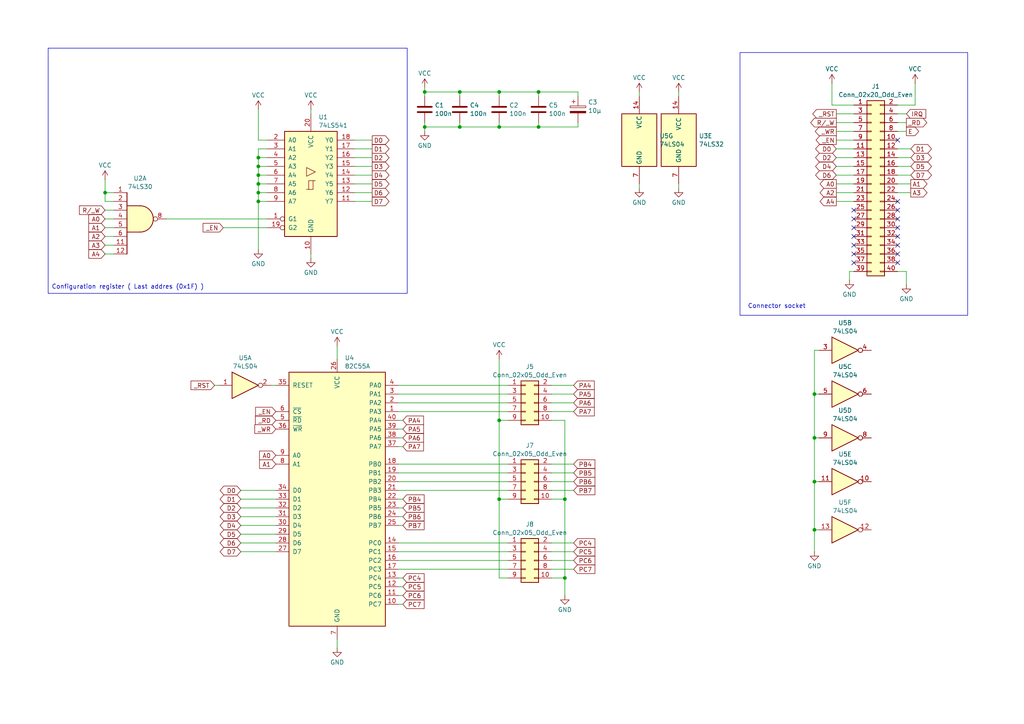
<source format=kicad_sch>
(kicad_sch (version 20231120) (generator "eeschema") (generator_version "8.0")
  (paper "A4")
  (lib_symbols
    (symbol "74xx:74LS04"
      (property "Reference" "U" (at 0 1.27 0))
      (property "Value" "74LS04" (at 0 -1.27 0))
      (symbol "74LS04_1_0"
        (pin input line (at -7.62 0 0) (length 3.81) (name "~") (number "1"))
        (pin output inverted (at 7.62 0 180) (length 3.81) (name "~") (number "2"))
      )
      (symbol "74LS04_2_0"
        (pin input line (at -7.62 0 0) (length 3.81) (name "~") (number "3"))
        (pin output inverted (at 7.62 0 180) (length 3.81) (name "~") (number "4"))
      )
      (symbol "74LS04_3_0"
        (pin input line (at -7.62 0 0) (length 3.81) (name "~") (number "5"))
        (pin output inverted (at 7.62 0 180) (length 3.81) (name "~") (number "6"))
      )
      (symbol "74LS04_4_0"
        (pin output inverted (at 7.62 0 180) (length 3.81) (name "~") (number "8"))
        (pin input line (at -7.62 0 0) (length 3.81) (name "~") (number "9"))
      )
      (symbol "74LS04_5_0"
        (pin output inverted (at 7.62 0 180) (length 3.81) (name "~") (number "10"))
        (pin input line (at -7.62 0 0) (length 3.81) (name "~") (number "11"))
      )
      (symbol "74LS04_6_0"
        (pin output inverted (at 7.62 0 180) (length 3.81) (name "~") (number "12"))
        (pin input line (at -7.62 0 0) (length 3.81) (name "~") (number "13"))
      )
      (symbol "74LS04_7_0"
        (pin power_in line (at 0 12.7 270) (length 5.08) (name "VCC") (number "14"))
        (pin power_in line (at 0 -12.7 90) (length 5.08) (name "GND") (number "7"))
      )
    )
    (symbol "74xx:74LS30" (pin_names (offset 1.016))
      (property "Reference" "U" (at 0 1.27 0))
      (property "Value" "74LS30" (at 0 -1.27 0))
      (symbol "74LS30_1_1"
        (pin input line (at -7.62 7.62 0) (length 3.81) (name "~") (number "1"))
        (pin input line (at -7.62 -7.62 0) (length 3.81) (name "~") (number "11"))
        (pin input line (at -7.62 -10.16 0) (length 3.81) (name "~") (number "12"))
        (pin input line (at -7.62 5.08 0) (length 3.81) (name "~") (number "2"))
        (pin input line (at -7.62 2.54 0) (length 3.81) (name "~") (number "3"))
        (pin input line (at -7.62 0 0) (length 3.81) (name "~") (number "4"))
        (pin input line (at -7.62 -2.54 0) (length 3.81) (name "~") (number "5"))
        (pin input line (at -7.62 -5.08 0) (length 3.81) (name "~") (number "6"))
        (pin output inverted (at 7.62 0 180) (length 3.81) (name "~") (number "8"))
      )
      (symbol "74LS30_1_2"
        (pin input inverted (at -7.62 7.62 0) (length 3.81) (name "~") (number "1"))
        (pin input inverted (at -7.62 -7.62 0) (length 3.81) (name "~") (number "11"))
        (pin input inverted (at -7.62 -10.16 0) (length 3.81) (name "~") (number "12"))
        (pin input inverted (at -7.62 5.08 0) (length 3.81) (name "~") (number "2"))
        (pin input inverted (at -7.62 2.54 0) (length 4.5466) (name "~") (number "3"))
        (pin input inverted (at -7.62 0 0) (length 5.08) (name "~") (number "4"))
        (pin input inverted (at -7.62 -2.54 0) (length 4.5466) (name "~") (number "5"))
        (pin input inverted (at -7.62 -5.08 0) (length 3.81) (name "~") (number "6"))
        (pin output line (at 7.62 0 180) (length 3.81) (name "~") (number "8"))
      )
      (symbol "74LS30_2_0"
        (pin power_in line (at 0 12.7 270) (length 5.08) (name "VCC") (number "14"))
        (pin power_in line (at 0 -12.7 90) (length 5.08) (name "GND") (number "7"))
      )
    )
    (symbol "74xx:74LS32" (pin_names (offset 1.016))
      (property "Reference" "U" (at 0 1.27 0))
      (property "Value" "74LS32" (at 0 -1.27 0))
      (symbol "74LS32_1_1"
        (pin input line (at -7.62 2.54 0) (length 4.318) (name "~") (number "1"))
        (pin input line (at -7.62 -2.54 0) (length 4.318) (name "~") (number "2"))
        (pin output line (at 7.62 0 180) (length 3.81) (name "~") (number "3"))
      )
      (symbol "74LS32_1_2"
        (pin input inverted (at -7.62 2.54 0) (length 3.81) (name "~") (number "1"))
        (pin input inverted (at -7.62 -2.54 0) (length 3.81) (name "~") (number "2"))
        (pin output inverted (at 7.62 0 180) (length 3.81) (name "~") (number "3"))
      )
      (symbol "74LS32_2_1"
        (pin input line (at -7.62 2.54 0) (length 4.318) (name "~") (number "4"))
        (pin input line (at -7.62 -2.54 0) (length 4.318) (name "~") (number "5"))
        (pin output line (at 7.62 0 180) (length 3.81) (name "~") (number "6"))
      )
      (symbol "74LS32_2_2"
        (pin input inverted (at -7.62 2.54 0) (length 3.81) (name "~") (number "4"))
        (pin input inverted (at -7.62 -2.54 0) (length 3.81) (name "~") (number "5"))
        (pin output inverted (at 7.62 0 180) (length 3.81) (name "~") (number "6"))
      )
      (symbol "74LS32_3_1"
        (pin input line (at -7.62 -2.54 0) (length 4.318) (name "~") (number "10"))
        (pin output line (at 7.62 0 180) (length 3.81) (name "~") (number "8"))
        (pin input line (at -7.62 2.54 0) (length 4.318) (name "~") (number "9"))
      )
      (symbol "74LS32_3_2"
        (pin input inverted (at -7.62 -2.54 0) (length 3.81) (name "~") (number "10"))
        (pin output inverted (at 7.62 0 180) (length 3.81) (name "~") (number "8"))
        (pin input inverted (at -7.62 2.54 0) (length 3.81) (name "~") (number "9"))
      )
      (symbol "74LS32_4_1"
        (pin output line (at 7.62 0 180) (length 3.81) (name "~") (number "11"))
        (pin input line (at -7.62 2.54 0) (length 4.318) (name "~") (number "12"))
        (pin input line (at -7.62 -2.54 0) (length 4.318) (name "~") (number "13"))
      )
      (symbol "74LS32_4_2"
        (pin output inverted (at 7.62 0 180) (length 3.81) (name "~") (number "11"))
        (pin input inverted (at -7.62 2.54 0) (length 3.81) (name "~") (number "12"))
        (pin input inverted (at -7.62 -2.54 0) (length 3.81) (name "~") (number "13"))
      )
      (symbol "74LS32_5_0"
        (pin power_in line (at 0 12.7 270) (length 5.08) (name "VCC") (number "14"))
        (pin power_in line (at 0 -12.7 90) (length 5.08) (name "GND") (number "7"))
      )
    )
    (symbol "74xx:74LS541" (pin_names (offset 1.016))
      (property "Reference" "U" (at -7.62 16.51 0))
      (property "Value" "74LS541" (at -7.62 -16.51 0))
      (symbol "74LS541_1_0"
        (pin input inverted (at -12.7 -10.16 0) (length 5.08) (name "G1") (number "1"))
        (pin power_in line (at 0 -20.32 90) (length 5.08) (name "GND") (number "10"))
        (pin tri_state line (at 12.7 -5.08 180) (length 5.08) (name "Y7") (number "11"))
        (pin tri_state line (at 12.7 -2.54 180) (length 5.08) (name "Y6") (number "12"))
        (pin tri_state line (at 12.7 0 180) (length 5.08) (name "Y5") (number "13"))
        (pin tri_state line (at 12.7 2.54 180) (length 5.08) (name "Y4") (number "14"))
        (pin tri_state line (at 12.7 5.08 180) (length 5.08) (name "Y3") (number "15"))
        (pin tri_state line (at 12.7 7.62 180) (length 5.08) (name "Y2") (number "16"))
        (pin tri_state line (at 12.7 10.16 180) (length 5.08) (name "Y1") (number "17"))
        (pin tri_state line (at 12.7 12.7 180) (length 5.08) (name "Y0") (number "18"))
        (pin input inverted (at -12.7 -12.7 0) (length 5.08) (name "G2") (number "19"))
        (pin input line (at -12.7 12.7 0) (length 5.08) (name "A0") (number "2"))
        (pin power_in line (at 0 20.32 270) (length 5.08) (name "VCC") (number "20"))
        (pin input line (at -12.7 10.16 0) (length 5.08) (name "A1") (number "3"))
        (pin input line (at -12.7 7.62 0) (length 5.08) (name "A2") (number "4"))
        (pin input line (at -12.7 5.08 0) (length 5.08) (name "A3") (number "5"))
        (pin input line (at -12.7 2.54 0) (length 5.08) (name "A4") (number "6"))
        (pin input line (at -12.7 0 0) (length 5.08) (name "A5") (number "7"))
        (pin input line (at -12.7 -2.54 0) (length 5.08) (name "A6") (number "8"))
        (pin input line (at -12.7 -5.08 0) (length 5.08) (name "A7") (number "9"))
      )
    )
    (symbol "Connector_Generic:Conn_02x05_Odd_Even" (pin_names (offset 1.016) hide)
      (property "Reference" "J" (at 1.27 7.62 0))
      (property "Value" "Conn_02x05_Odd_Even" (at 1.27 -7.62 0))
      (symbol "Conn_02x05_Odd_Even_1_1"
        (pin passive line (at -5.08 5.08 0) (length 3.81) (name "Pin_1") (number "1"))
        (pin passive line (at 7.62 -5.08 180) (length 3.81) (name "Pin_10") (number "10"))
        (pin passive line (at 7.62 5.08 180) (length 3.81) (name "Pin_2") (number "2"))
        (pin passive line (at -5.08 2.54 0) (length 3.81) (name "Pin_3") (number "3"))
        (pin passive line (at 7.62 2.54 180) (length 3.81) (name "Pin_4") (number "4"))
        (pin passive line (at -5.08 0 0) (length 3.81) (name "Pin_5") (number "5"))
        (pin passive line (at 7.62 0 180) (length 3.81) (name "Pin_6") (number "6"))
        (pin passive line (at -5.08 -2.54 0) (length 3.81) (name "Pin_7") (number "7"))
        (pin passive line (at 7.62 -2.54 180) (length 3.81) (name "Pin_8") (number "8"))
        (pin passive line (at -5.08 -5.08 0) (length 3.81) (name "Pin_9") (number "9"))
      )
    )
    (symbol "Connector_Generic:Conn_02x20_Odd_Even" (pin_names (offset 1.016) hide)
      (property "Reference" "J" (at 1.27 25.4 0))
      (property "Value" "Conn_02x20_Odd_Even" (at 1.27 -27.94 0))
      (symbol "Conn_02x20_Odd_Even_1_1"
        (pin passive line (at -5.08 22.86 0) (length 3.81) (name "Pin_1") (number "1"))
        (pin passive line (at 7.62 12.7 180) (length 3.81) (name "Pin_10") (number "10"))
        (pin passive line (at -5.08 10.16 0) (length 3.81) (name "Pin_11") (number "11"))
        (pin passive line (at 7.62 10.16 180) (length 3.81) (name "Pin_12") (number "12"))
        (pin passive line (at -5.08 7.62 0) (length 3.81) (name "Pin_13") (number "13"))
        (pin passive line (at 7.62 7.62 180) (length 3.81) (name "Pin_14") (number "14"))
        (pin passive line (at -5.08 5.08 0) (length 3.81) (name "Pin_15") (number "15"))
        (pin passive line (at 7.62 5.08 180) (length 3.81) (name "Pin_16") (number "16"))
        (pin passive line (at -5.08 2.54 0) (length 3.81) (name "Pin_17") (number "17"))
        (pin passive line (at 7.62 2.54 180) (length 3.81) (name "Pin_18") (number "18"))
        (pin passive line (at -5.08 0 0) (length 3.81) (name "Pin_19") (number "19"))
        (pin passive line (at 7.62 22.86 180) (length 3.81) (name "Pin_2") (number "2"))
        (pin passive line (at 7.62 0 180) (length 3.81) (name "Pin_20") (number "20"))
        (pin passive line (at -5.08 -2.54 0) (length 3.81) (name "Pin_21") (number "21"))
        (pin passive line (at 7.62 -2.54 180) (length 3.81) (name "Pin_22") (number "22"))
        (pin passive line (at -5.08 -5.08 0) (length 3.81) (name "Pin_23") (number "23"))
        (pin passive line (at 7.62 -5.08 180) (length 3.81) (name "Pin_24") (number "24"))
        (pin passive line (at -5.08 -7.62 0) (length 3.81) (name "Pin_25") (number "25"))
        (pin passive line (at 7.62 -7.62 180) (length 3.81) (name "Pin_26") (number "26"))
        (pin passive line (at -5.08 -10.16 0) (length 3.81) (name "Pin_27") (number "27"))
        (pin passive line (at 7.62 -10.16 180) (length 3.81) (name "Pin_28") (number "28"))
        (pin passive line (at -5.08 -12.7 0) (length 3.81) (name "Pin_29") (number "29"))
        (pin passive line (at -5.08 20.32 0) (length 3.81) (name "Pin_3") (number "3"))
        (pin passive line (at 7.62 -12.7 180) (length 3.81) (name "Pin_30") (number "30"))
        (pin passive line (at -5.08 -15.24 0) (length 3.81) (name "Pin_31") (number "31"))
        (pin passive line (at 7.62 -15.24 180) (length 3.81) (name "Pin_32") (number "32"))
        (pin passive line (at -5.08 -17.78 0) (length 3.81) (name "Pin_33") (number "33"))
        (pin passive line (at 7.62 -17.78 180) (length 3.81) (name "Pin_34") (number "34"))
        (pin passive line (at -5.08 -20.32 0) (length 3.81) (name "Pin_35") (number "35"))
        (pin passive line (at 7.62 -20.32 180) (length 3.81) (name "Pin_36") (number "36"))
        (pin passive line (at -5.08 -22.86 0) (length 3.81) (name "Pin_37") (number "37"))
        (pin passive line (at 7.62 -22.86 180) (length 3.81) (name "Pin_38") (number "38"))
        (pin passive line (at -5.08 -25.4 0) (length 3.81) (name "Pin_39") (number "39"))
        (pin passive line (at 7.62 20.32 180) (length 3.81) (name "Pin_4") (number "4"))
        (pin passive line (at 7.62 -25.4 180) (length 3.81) (name "Pin_40") (number "40"))
        (pin passive line (at -5.08 17.78 0) (length 3.81) (name "Pin_5") (number "5"))
        (pin passive line (at 7.62 17.78 180) (length 3.81) (name "Pin_6") (number "6"))
        (pin passive line (at -5.08 15.24 0) (length 3.81) (name "Pin_7") (number "7"))
        (pin passive line (at 7.62 15.24 180) (length 3.81) (name "Pin_8") (number "8"))
        (pin passive line (at -5.08 12.7 0) (length 3.81) (name "Pin_9") (number "9"))
      )
    )
    (symbol "Device:C" (pin_numbers hide) (pin_names (offset 0.254))
      (property "Reference" "C" (at 0.635 2.54 0))
      (property "Value" "C" (at 0.635 -2.54 0))
      (symbol "C_1_1"
        (pin passive line (at 0 3.81 270) (length 2.794) (name "~") (number "1"))
        (pin passive line (at 0 -3.81 90) (length 2.794) (name "~") (number "2"))
      )
    )
    (symbol "Device:C_Polarized" (pin_numbers hide) (pin_names (offset 0.254))
      (property "Reference" "C" (at 0.635 2.54 0))
      (property "Value" "C_Polarized" (at 0.635 -2.54 0))
      (symbol "C_Polarized_1_1"
        (pin passive line (at 0 3.81 270) (length 2.794) (name "~") (number "1"))
        (pin passive line (at 0 -3.81 90) (length 2.794) (name "~") (number "2"))
      )
    )
    (symbol "Interface:82C55A" (pin_names (offset 1.016))
      (property "Reference" "U" (at -13.97 38.1 0))
      (property "Value" "82C55A" (at 8.89 38.1 0))
      (symbol "82C55A_1_1"
        (pin bidirectional line (at 17.78 25.4 180) (length 3.81) (name "PA3") (number "1"))
        (pin bidirectional line (at 17.78 -30.48 180) (length 3.81) (name "PC7") (number "10"))
        (pin bidirectional line (at 17.78 -27.94 180) (length 3.81) (name "PC6") (number "11"))
        (pin bidirectional line (at 17.78 -25.4 180) (length 3.81) (name "PC5") (number "12"))
        (pin bidirectional line (at 17.78 -22.86 180) (length 3.81) (name "PC4") (number "13"))
        (pin bidirectional line (at 17.78 -12.7 180) (length 3.81) (name "PC0") (number "14"))
        (pin bidirectional line (at 17.78 -15.24 180) (length 3.81) (name "PC1") (number "15"))
        (pin bidirectional line (at 17.78 -17.78 180) (length 3.81) (name "PC2") (number "16"))
        (pin bidirectional line (at 17.78 -20.32 180) (length 3.81) (name "PC3") (number "17"))
        (pin bidirectional line (at 17.78 10.16 180) (length 3.81) (name "PB0") (number "18"))
        (pin bidirectional line (at 17.78 7.62 180) (length 3.81) (name "PB1") (number "19"))
        (pin bidirectional line (at 17.78 27.94 180) (length 3.81) (name "PA2") (number "2"))
        (pin bidirectional line (at 17.78 5.08 180) (length 3.81) (name "PB2") (number "20"))
        (pin bidirectional line (at 17.78 2.54 180) (length 3.81) (name "PB3") (number "21"))
        (pin bidirectional line (at 17.78 0 180) (length 3.81) (name "PB4") (number "22"))
        (pin bidirectional line (at 17.78 -2.54 180) (length 3.81) (name "PB5") (number "23"))
        (pin bidirectional line (at 17.78 -5.08 180) (length 3.81) (name "PB6") (number "24"))
        (pin bidirectional line (at 17.78 -7.62 180) (length 3.81) (name "PB7") (number "25"))
        (pin power_in line (at 0 40.64 270) (length 3.81) (name "VCC") (number "26"))
        (pin bidirectional line (at -17.78 -15.24 0) (length 3.81) (name "D7") (number "27"))
        (pin bidirectional line (at -17.78 -12.7 0) (length 3.81) (name "D6") (number "28"))
        (pin bidirectional line (at -17.78 -10.16 0) (length 3.81) (name "D5") (number "29"))
        (pin bidirectional line (at 17.78 30.48 180) (length 3.81) (name "PA1") (number "3"))
        (pin bidirectional line (at -17.78 -7.62 0) (length 3.81) (name "D4") (number "30"))
        (pin bidirectional line (at -17.78 -5.08 0) (length 3.81) (name "D3") (number "31"))
        (pin bidirectional line (at -17.78 -2.54 0) (length 3.81) (name "D2") (number "32"))
        (pin bidirectional line (at -17.78 0 0) (length 3.81) (name "D1") (number "33"))
        (pin bidirectional line (at -17.78 2.54 0) (length 3.81) (name "D0") (number "34"))
        (pin input line (at -17.78 33.02 0) (length 3.81) (name "RESET") (number "35"))
        (pin input line (at -17.78 20.32 0) (length 3.81) (name "~{WR}") (number "36"))
        (pin bidirectional line (at 17.78 15.24 180) (length 3.81) (name "PA7") (number "37"))
        (pin bidirectional line (at 17.78 17.78 180) (length 3.81) (name "PA6") (number "38"))
        (pin bidirectional line (at 17.78 20.32 180) (length 3.81) (name "PA5") (number "39"))
        (pin bidirectional line (at 17.78 33.02 180) (length 3.81) (name "PA0") (number "4"))
        (pin bidirectional line (at 17.78 22.86 180) (length 3.81) (name "PA4") (number "40"))
        (pin input line (at -17.78 22.86 0) (length 3.81) (name "~{RD}") (number "5"))
        (pin input line (at -17.78 25.4 0) (length 3.81) (name "~{CS}") (number "6"))
        (pin power_in line (at 0 -40.64 90) (length 3.81) (name "GND") (number "7"))
        (pin input line (at -17.78 10.16 0) (length 3.81) (name "A1") (number "8"))
        (pin input line (at -17.78 12.7 0) (length 3.81) (name "A0") (number "9"))
      )
    )
    (symbol "power:GND" (power) (pin_numbers hide) (pin_names (offset 0) hide)
      (property "Value" "GND" (at 0 -3.81 0))
      (symbol "GND_1_1"
        (pin power_in line (at 0 0 270) (length 0) (name "~") (number "1"))
      )
    )
    (symbol "power:VCC" (power) (pin_numbers hide) (pin_names (offset 0) hide)
      (property "Value" "VCC" (at 0 3.556 0))
      (symbol "VCC_1_1"
        (pin power_in line (at 0 0 90) (length 0) (name "~") (number "1"))
      )
    )
  )
  (junction (at 133.35 26.67))
  (junction (at 163.83 167.64))
  (junction (at 156.21 36.83))
  (junction (at 74.93 53.34))
  (junction (at 74.93 55.88))
  (junction (at 30.48 55.88))
  (junction (at 74.93 48.26))
  (junction (at 144.78 144.78))
  (junction (at 163.83 144.78))
  (junction (at 123.19 36.83))
  (junction (at 156.21 26.67))
  (junction (at 123.19 26.67))
  (junction (at 74.93 45.72))
  (junction (at 74.93 58.42))
  (junction (at 133.35 36.83))
  (junction (at 144.78 36.83))
  (junction (at 236.22 153.67))
  (junction (at 236.22 114.3))
  (junction (at 144.78 121.92))
  (junction (at 74.93 50.8))
  (junction (at 144.78 26.67))
  (junction (at 236.22 127))
  (junction (at 236.22 139.7))
  (no_connect (at 260.35 68.58))
  (no_connect (at 247.65 63.5))
  (no_connect (at 247.65 73.66))
  (no_connect (at 260.35 60.96))
  (no_connect (at 247.65 66.04))
  (no_connect (at 260.35 58.42))
  (no_connect (at 260.35 63.5))
  (no_connect (at 260.35 73.66))
  (no_connect (at 247.65 76.2))
  (no_connect (at 247.65 60.96))
  (no_connect (at 260.35 66.04))
  (no_connect (at 260.35 76.2))
  (no_connect (at 247.65 68.58))
  (no_connect (at 247.65 71.12))
  (no_connect (at 260.35 71.12))
  (no_connect (at 260.35 40.64))
  (wire (pts (xy 74.93 55.88) (xy 74.93 58.42)))
  (wire (pts (xy 236.22 114.3) (xy 236.22 127)))
  (wire (pts (xy 242.57 45.72) (xy 247.65 45.72)))
  (wire (pts (xy 115.57 139.7) (xy 147.32 139.7)))
  (wire (pts (xy 133.35 26.67) (xy 123.19 26.67)))
  (wire (pts (xy 116.84 175.26) (xy 115.57 175.26)))
  (wire (pts (xy 156.21 26.67) (xy 167.64 26.67)))
  (wire (pts (xy 116.84 167.64) (xy 115.57 167.64)))
  (wire (pts (xy 242.57 43.18) (xy 247.65 43.18)))
  (wire (pts (xy 242.57 58.42) (xy 247.65 58.42)))
  (wire (pts (xy 102.87 55.88) (xy 107.95 55.88)))
  (wire (pts (xy 116.84 144.78) (xy 115.57 144.78)))
  (wire (pts (xy 33.02 58.42) (xy 30.48 58.42)))
  (wire (pts (xy 69.85 154.94) (xy 80.01 154.94)))
  (wire (pts (xy 116.84 121.92) (xy 115.57 121.92)))
  (wire (pts (xy 156.21 36.83) (xy 167.64 36.83)))
  (wire (pts (xy 262.89 78.74) (xy 262.89 82.55)))
  (wire (pts (xy 166.37 134.62) (xy 160.02 134.62)))
  (wire (pts (xy 260.35 53.34) (xy 264.16 53.34)))
  (wire (pts (xy 97.79 100.33) (xy 97.79 104.14)))
  (wire (pts (xy 236.22 153.67) (xy 236.22 160.02)))
  (wire (pts (xy 30.48 58.42) (xy 30.48 55.88)))
  (wire (pts (xy 156.21 26.67) (xy 144.78 26.67)))
  (wire (pts (xy 69.85 152.4) (xy 80.01 152.4)))
  (wire (pts (xy 116.84 152.4) (xy 115.57 152.4)))
  (wire (pts (xy 242.57 50.8) (xy 247.65 50.8)))
  (wire (pts (xy 163.83 121.92) (xy 160.02 121.92)))
  (wire (pts (xy 116.84 127) (xy 115.57 127)))
  (wire (pts (xy 74.93 45.72) (xy 74.93 48.26)))
  (wire (pts (xy 30.48 73.66) (xy 33.02 73.66)))
  (wire (pts (xy 123.19 35.56) (xy 123.19 36.83)))
  (wire (pts (xy 115.57 142.24) (xy 147.32 142.24)))
  (wire (pts (xy 123.19 26.67) (xy 123.19 25.4)))
  (wire (pts (xy 167.64 35.56) (xy 167.64 36.83)))
  (wire (pts (xy 116.84 129.54) (xy 115.57 129.54)))
  (wire (pts (xy 241.3 30.48) (xy 247.65 30.48)))
  (wire (pts (xy 62.23 111.76) (xy 63.5 111.76)))
  (wire (pts (xy 185.42 53.34) (xy 185.42 54.61)))
  (wire (pts (xy 260.35 30.48) (xy 265.43 30.48)))
  (wire (pts (xy 236.22 114.3) (xy 237.49 114.3)))
  (wire (pts (xy 242.57 53.34) (xy 247.65 53.34)))
  (wire (pts (xy 144.78 104.14) (xy 144.78 121.92)))
  (wire (pts (xy 166.37 160.02) (xy 160.02 160.02)))
  (wire (pts (xy 30.48 55.88) (xy 30.48 52.07)))
  (wire (pts (xy 236.22 153.67) (xy 237.49 153.67)))
  (wire (pts (xy 69.85 142.24) (xy 80.01 142.24)))
  (wire (pts (xy 260.35 33.02) (xy 262.89 33.02)))
  (wire (pts (xy 48.26 63.5) (xy 77.47 63.5)))
  (wire (pts (xy 123.19 36.83) (xy 133.35 36.83)))
  (wire (pts (xy 242.57 48.26) (xy 247.65 48.26)))
  (wire (pts (xy 236.22 127) (xy 237.49 127)))
  (wire (pts (xy 116.84 149.86) (xy 115.57 149.86)))
  (wire (pts (xy 90.17 73.66) (xy 90.17 74.93)))
  (wire (pts (xy 102.87 43.18) (xy 107.95 43.18)))
  (wire (pts (xy 242.57 38.1) (xy 247.65 38.1)))
  (wire (pts (xy 166.37 142.24) (xy 160.02 142.24)))
  (wire (pts (xy 166.37 157.48) (xy 160.02 157.48)))
  (wire (pts (xy 236.22 101.6) (xy 236.22 114.3)))
  (wire (pts (xy 123.19 26.67) (xy 123.19 27.94)))
  (wire (pts (xy 33.02 55.88) (xy 30.48 55.88)))
  (wire (pts (xy 144.78 144.78) (xy 147.32 144.78)))
  (wire (pts (xy 115.57 137.16) (xy 147.32 137.16)))
  (wire (pts (xy 133.35 36.83) (xy 144.78 36.83)))
  (wire (pts (xy 115.57 134.62) (xy 147.32 134.62)))
  (wire (pts (xy 78.74 111.76) (xy 80.01 111.76)))
  (wire (pts (xy 133.35 26.67) (xy 133.35 27.94)))
  (wire (pts (xy 144.78 144.78) (xy 144.78 167.64)))
  (wire (pts (xy 102.87 50.8) (xy 107.95 50.8)))
  (wire (pts (xy 196.85 26.67) (xy 196.85 27.94)))
  (wire (pts (xy 163.83 167.64) (xy 160.02 167.64)))
  (wire (pts (xy 69.85 157.48) (xy 80.01 157.48)))
  (wire (pts (xy 74.93 40.64) (xy 77.47 40.64)))
  (wire (pts (xy 102.87 40.64) (xy 107.95 40.64)))
  (wire (pts (xy 123.19 36.83) (xy 123.19 38.1)))
  (wire (pts (xy 144.78 121.92) (xy 144.78 144.78)))
  (wire (pts (xy 144.78 35.56) (xy 144.78 36.83)))
  (wire (pts (xy 260.35 45.72) (xy 264.16 45.72)))
  (wire (pts (xy 102.87 48.26) (xy 107.95 48.26)))
  (wire (pts (xy 156.21 35.56) (xy 156.21 36.83)))
  (wire (pts (xy 260.35 78.74) (xy 262.89 78.74)))
  (wire (pts (xy 133.35 26.67) (xy 144.78 26.67)))
  (wire (pts (xy 102.87 58.42) (xy 107.95 58.42)))
  (wire (pts (xy 69.85 149.86) (xy 80.01 149.86)))
  (wire (pts (xy 116.84 147.32) (xy 115.57 147.32)))
  (wire (pts (xy 242.57 55.88) (xy 247.65 55.88)))
  (wire (pts (xy 260.35 55.88) (xy 264.16 55.88)))
  (wire (pts (xy 242.57 33.02) (xy 247.65 33.02)))
  (wire (pts (xy 115.57 165.1) (xy 147.32 165.1)))
  (wire (pts (xy 74.93 50.8) (xy 77.47 50.8)))
  (wire (pts (xy 167.64 27.94) (xy 167.64 26.67)))
  (wire (pts (xy 74.93 48.26) (xy 74.93 50.8)))
  (wire (pts (xy 74.93 50.8) (xy 74.93 53.34)))
  (wire (pts (xy 166.37 137.16) (xy 160.02 137.16)))
  (wire (pts (xy 74.93 53.34) (xy 77.47 53.34)))
  (wire (pts (xy 237.49 101.6) (xy 236.22 101.6)))
  (wire (pts (xy 116.84 172.72) (xy 115.57 172.72)))
  (wire (pts (xy 144.78 167.64) (xy 147.32 167.64)))
  (wire (pts (xy 265.43 30.48) (xy 265.43 24.13)))
  (wire (pts (xy 163.83 144.78) (xy 160.02 144.78)))
  (wire (pts (xy 260.35 48.26) (xy 264.16 48.26)))
  (wire (pts (xy 242.57 40.64) (xy 247.65 40.64)))
  (wire (pts (xy 260.35 50.8) (xy 264.16 50.8)))
  (wire (pts (xy 166.37 114.3) (xy 160.02 114.3)))
  (wire (pts (xy 30.48 66.04) (xy 33.02 66.04)))
  (wire (pts (xy 247.65 78.74) (xy 246.38 78.74)))
  (wire (pts (xy 115.57 114.3) (xy 147.32 114.3)))
  (wire (pts (xy 74.93 43.18) (xy 74.93 45.72)))
  (wire (pts (xy 133.35 35.56) (xy 133.35 36.83)))
  (wire (pts (xy 102.87 53.34) (xy 107.95 53.34)))
  (wire (pts (xy 74.93 58.42) (xy 74.93 72.39)))
  (wire (pts (xy 115.57 162.56) (xy 147.32 162.56)))
  (wire (pts (xy 116.84 170.18) (xy 115.57 170.18)))
  (wire (pts (xy 163.83 167.64) (xy 163.83 144.78)))
  (wire (pts (xy 166.37 139.7) (xy 160.02 139.7)))
  (wire (pts (xy 30.48 60.96) (xy 33.02 60.96)))
  (wire (pts (xy 74.93 53.34) (xy 74.93 55.88)))
  (wire (pts (xy 77.47 43.18) (xy 74.93 43.18)))
  (wire (pts (xy 74.93 55.88) (xy 77.47 55.88)))
  (wire (pts (xy 102.87 45.72) (xy 107.95 45.72)))
  (wire (pts (xy 260.35 35.56) (xy 262.89 35.56)))
  (wire (pts (xy 115.57 157.48) (xy 147.32 157.48)))
  (wire (pts (xy 163.83 144.78) (xy 163.83 121.92)))
  (wire (pts (xy 166.37 165.1) (xy 160.02 165.1)))
  (wire (pts (xy 90.17 31.75) (xy 90.17 33.02)))
  (wire (pts (xy 30.48 71.12) (xy 33.02 71.12)))
  (wire (pts (xy 69.85 147.32) (xy 80.01 147.32)))
  (wire (pts (xy 64.77 66.04) (xy 77.47 66.04)))
  (wire (pts (xy 242.57 35.56) (xy 247.65 35.56)))
  (wire (pts (xy 30.48 63.5) (xy 33.02 63.5)))
  (wire (pts (xy 163.83 172.72) (xy 163.83 167.64)))
  (wire (pts (xy 166.37 116.84) (xy 160.02 116.84)))
  (wire (pts (xy 69.85 160.02) (xy 80.01 160.02)))
  (wire (pts (xy 246.38 78.74) (xy 246.38 81.28)))
  (wire (pts (xy 166.37 111.76) (xy 160.02 111.76)))
  (wire (pts (xy 166.37 162.56) (xy 160.02 162.56)))
  (wire (pts (xy 74.93 45.72) (xy 77.47 45.72)))
  (wire (pts (xy 236.22 127) (xy 236.22 139.7)))
  (wire (pts (xy 144.78 36.83) (xy 156.21 36.83)))
  (wire (pts (xy 115.57 116.84) (xy 147.32 116.84)))
  (wire (pts (xy 260.35 38.1) (xy 262.89 38.1)))
  (wire (pts (xy 156.21 26.67) (xy 156.21 27.94)))
  (wire (pts (xy 116.84 124.46) (xy 115.57 124.46)))
  (wire (pts (xy 69.85 144.78) (xy 80.01 144.78)))
  (wire (pts (xy 74.93 58.42) (xy 77.47 58.42)))
  (wire (pts (xy 185.42 26.67) (xy 185.42 27.94)))
  (wire (pts (xy 196.85 53.34) (xy 196.85 54.61)))
  (wire (pts (xy 144.78 121.92) (xy 147.32 121.92)))
  (wire (pts (xy 115.57 119.38) (xy 147.32 119.38)))
  (wire (pts (xy 115.57 111.76) (xy 147.32 111.76)))
  (wire (pts (xy 74.93 31.75) (xy 74.93 40.64)))
  (wire (pts (xy 236.22 139.7) (xy 237.49 139.7)))
  (wire (pts (xy 74.93 48.26) (xy 77.47 48.26)))
  (wire (pts (xy 260.35 43.18) (xy 264.16 43.18)))
  (wire (pts (xy 97.79 185.42) (xy 97.79 187.96)))
  (wire (pts (xy 241.3 24.13) (xy 241.3 30.48)))
  (wire (pts (xy 166.37 119.38) (xy 160.02 119.38)))
  (wire (pts (xy 144.78 26.67) (xy 144.78 27.94)))
  (wire (pts (xy 30.48 68.58) (xy 33.02 68.58)))
  (wire (pts (xy 236.22 139.7) (xy 236.22 153.67)))
  (wire (pts (xy 115.57 160.02) (xy 147.32 160.02)))
  (rectangle (start 214.63 15.24) (end 280.67 91.44))
  (rectangle (start 13.97 13.97) (end 118.11 85.09))
  (text "Configuration register ( Last addres (0x1F) )" (at 37.084 83.312 0) (effects (font (size 1.27 1.27))))
  (text "Connector socket" (at 225.298 88.9 0) (effects (font (size 1.27 1.27))))
  (global_label "PA6" (shape input) (at 116.84 127 0) (property "Intersheetrefs" "${INTERSHEET_REFS}" (effects (hide yes))))
  (global_label "E" (shape output) (at 262.89 38.1 0) (property "Intersheetrefs" "${INTERSHEET_REFS}" (effects (hide yes))))
  (global_label "PB4" (shape input) (at 166.37 134.62 0) (property "Intersheetrefs" "${INTERSHEET_REFS}" (effects (hide yes))))
  (global_label "PA7" (shape input) (at 166.37 119.38 0) (property "Intersheetrefs" "${INTERSHEET_REFS}" (effects (hide yes))))
  (global_label "D0" (shape bidirectional) (at 242.57 43.18 180) (property "Intersheetrefs" "${INTERSHEET_REFS}" (effects (hide yes))))
  (global_label "PC7" (shape input) (at 166.37 165.1 0) (property "Intersheetrefs" "${INTERSHEET_REFS}" (effects (hide yes))))
  (global_label "R{slash}_W" (shape output) (at 242.57 35.56 180) (property "Intersheetrefs" "${INTERSHEET_REFS}" (effects (hide yes))))
  (global_label "PA4" (shape input) (at 116.84 121.92 0) (property "Intersheetrefs" "${INTERSHEET_REFS}" (effects (hide yes))))
  (global_label "_EN" (shape output) (at 242.57 40.64 180) (property "Intersheetrefs" "${INTERSHEET_REFS}" (effects (hide yes))))
  (global_label "_RST" (shape output) (at 242.57 33.02 180) (property "Intersheetrefs" "${INTERSHEET_REFS}" (effects (hide yes))))
  (global_label "D1" (shape bidirectional) (at 264.16 43.18 0) (property "Intersheetrefs" "${INTERSHEET_REFS}" (effects (hide yes))))
  (global_label "A3" (shape output) (at 264.16 55.88 0) (property "Intersheetrefs" "${INTERSHEET_REFS}" (effects (hide yes))))
  (global_label "PA4" (shape input) (at 166.37 111.76 0) (property "Intersheetrefs" "${INTERSHEET_REFS}" (effects (hide yes))))
  (global_label "PC6" (shape input) (at 166.37 162.56 0) (property "Intersheetrefs" "${INTERSHEET_REFS}" (effects (hide yes))))
  (global_label "A3" (shape input) (at 30.48 71.12 180) (property "Intersheetrefs" "${INTERSHEET_REFS}" (effects (hide yes))))
  (global_label "D4" (shape output) (at 107.95 50.8 0) (property "Intersheetrefs" "${INTERSHEET_REFS}" (effects (hide yes))))
  (global_label "D2" (shape output) (at 107.95 45.72 0) (property "Intersheetrefs" "${INTERSHEET_REFS}" (effects (hide yes))))
  (global_label "_RD" (shape output) (at 262.89 35.56 0) (property "Intersheetrefs" "${INTERSHEET_REFS}" (effects (hide yes))))
  (global_label "PB7" (shape input) (at 166.37 142.24 0) (property "Intersheetrefs" "${INTERSHEET_REFS}" (effects (hide yes))))
  (global_label "A0" (shape output) (at 242.57 53.34 180) (property "Intersheetrefs" "${INTERSHEET_REFS}" (effects (hide yes))))
  (global_label "IRQ" (shape input) (at 262.89 33.02 0) (property "Intersheetrefs" "${INTERSHEET_REFS}" (effects (hide yes))))
  (global_label "PB4" (shape input) (at 116.84 144.78 0) (property "Intersheetrefs" "${INTERSHEET_REFS}" (effects (hide yes))))
  (global_label "D7" (shape bidirectional) (at 264.16 50.8 0) (property "Intersheetrefs" "${INTERSHEET_REFS}" (effects (hide yes))))
  (global_label "PA5" (shape input) (at 166.37 114.3 0) (property "Intersheetrefs" "${INTERSHEET_REFS}" (effects (hide yes))))
  (global_label "PC7" (shape input) (at 116.84 175.26 0) (property "Intersheetrefs" "${INTERSHEET_REFS}" (effects (hide yes))))
  (global_label "_RD" (shape input) (at 80.01 121.92 180) (property "Intersheetrefs" "${INTERSHEET_REFS}" (effects (hide yes))))
  (global_label "D6" (shape bidirectional) (at 69.85 157.48 180) (property "Intersheetrefs" "${INTERSHEET_REFS}" (effects (hide yes))))
  (global_label "_EN" (shape input) (at 64.77 66.04 180) (property "Intersheetrefs" "${INTERSHEET_REFS}" (effects (hide yes))))
  (global_label "PB5" (shape input) (at 166.37 137.16 0) (property "Intersheetrefs" "${INTERSHEET_REFS}" (effects (hide yes))))
  (global_label "A2" (shape output) (at 242.57 55.88 180) (property "Intersheetrefs" "${INTERSHEET_REFS}" (effects (hide yes))))
  (global_label "D4" (shape bidirectional) (at 242.57 48.26 180) (property "Intersheetrefs" "${INTERSHEET_REFS}" (effects (hide yes))))
  (global_label "_EN" (shape input) (at 80.01 119.38 180) (property "Intersheetrefs" "${INTERSHEET_REFS}" (effects (hide yes))))
  (global_label "D2" (shape bidirectional) (at 69.85 147.32 180) (property "Intersheetrefs" "${INTERSHEET_REFS}" (effects (hide yes))))
  (global_label "D1" (shape bidirectional) (at 69.85 144.78 180) (property "Intersheetrefs" "${INTERSHEET_REFS}" (effects (hide yes))))
  (global_label "PC5" (shape input) (at 166.37 160.02 0) (property "Intersheetrefs" "${INTERSHEET_REFS}" (effects (hide yes))))
  (global_label "D0" (shape output) (at 107.95 40.64 0) (property "Intersheetrefs" "${INTERSHEET_REFS}" (effects (hide yes))))
  (global_label "A1" (shape input) (at 30.48 66.04 180) (property "Intersheetrefs" "${INTERSHEET_REFS}" (effects (hide yes))))
  (global_label "A1" (shape input) (at 80.01 134.62 180) (property "Intersheetrefs" "${INTERSHEET_REFS}" (effects (hide yes))))
  (global_label "A0" (shape input) (at 30.48 63.5 180) (property "Intersheetrefs" "${INTERSHEET_REFS}" (effects (hide yes))))
  (global_label "D1" (shape output) (at 107.95 43.18 0) (property "Intersheetrefs" "${INTERSHEET_REFS}" (effects (hide yes))))
  (global_label "PA7" (shape input) (at 116.84 129.54 0) (property "Intersheetrefs" "${INTERSHEET_REFS}" (effects (hide yes))))
  (global_label "D3" (shape bidirectional) (at 69.85 149.86 180) (property "Intersheetrefs" "${INTERSHEET_REFS}" (effects (hide yes))))
  (global_label "D2" (shape bidirectional) (at 242.57 45.72 180) (property "Intersheetrefs" "${INTERSHEET_REFS}" (effects (hide yes))))
  (global_label "D6" (shape bidirectional) (at 242.57 50.8 180) (property "Intersheetrefs" "${INTERSHEET_REFS}" (effects (hide yes))))
  (global_label "D4" (shape bidirectional) (at 69.85 152.4 180) (property "Intersheetrefs" "${INTERSHEET_REFS}" (effects (hide yes))))
  (global_label "PC6" (shape input) (at 116.84 172.72 0) (property "Intersheetrefs" "${INTERSHEET_REFS}" (effects (hide yes))))
  (global_label "A0" (shape input) (at 80.01 132.08 180) (property "Intersheetrefs" "${INTERSHEET_REFS}" (effects (hide yes))))
  (global_label "D5" (shape bidirectional) (at 264.16 48.26 0) (property "Intersheetrefs" "${INTERSHEET_REFS}" (effects (hide yes))))
  (global_label "_WR" (shape output) (at 242.57 38.1 180) (property "Intersheetrefs" "${INTERSHEET_REFS}" (effects (hide yes))))
  (global_label "PA6" (shape input) (at 166.37 116.84 0) (property "Intersheetrefs" "${INTERSHEET_REFS}" (effects (hide yes))))
  (global_label "A4" (shape input) (at 30.48 73.66 180) (property "Intersheetrefs" "${INTERSHEET_REFS}" (effects (hide yes))))
  (global_label "D7" (shape bidirectional) (at 69.85 160.02 180) (property "Intersheetrefs" "${INTERSHEET_REFS}" (effects (hide yes))))
  (global_label "D6" (shape output) (at 107.95 55.88 0) (property "Intersheetrefs" "${INTERSHEET_REFS}" (effects (hide yes))))
  (global_label "PC5" (shape input) (at 116.84 170.18 0) (property "Intersheetrefs" "${INTERSHEET_REFS}" (effects (hide yes))))
  (global_label "A2" (shape input) (at 30.48 68.58 180) (property "Intersheetrefs" "${INTERSHEET_REFS}" (effects (hide yes))))
  (global_label "D3" (shape bidirectional) (at 264.16 45.72 0) (property "Intersheetrefs" "${INTERSHEET_REFS}" (effects (hide yes))))
  (global_label "A4" (shape output) (at 242.57 58.42 180) (property "Intersheetrefs" "${INTERSHEET_REFS}" (effects (hide yes))))
  (global_label "PC4" (shape input) (at 116.84 167.64 0) (property "Intersheetrefs" "${INTERSHEET_REFS}" (effects (hide yes))))
  (global_label "_WR" (shape input) (at 80.01 124.46 180) (property "Intersheetrefs" "${INTERSHEET_REFS}" (effects (hide yes))))
  (global_label "D0" (shape bidirectional) (at 69.85 142.24 180) (property "Intersheetrefs" "${INTERSHEET_REFS}" (effects (hide yes))))
  (global_label "R{slash}_W" (shape input) (at 30.48 60.96 180) (property "Intersheetrefs" "${INTERSHEET_REFS}" (effects (hide yes))))
  (global_label "A1" (shape output) (at 264.16 53.34 0) (property "Intersheetrefs" "${INTERSHEET_REFS}" (effects (hide yes))))
  (global_label "D7" (shape output) (at 107.95 58.42 0) (property "Intersheetrefs" "${INTERSHEET_REFS}" (effects (hide yes))))
  (global_label "_RST" (shape input) (at 62.23 111.76 180) (property "Intersheetrefs" "${INTERSHEET_REFS}" (effects (hide yes))))
  (global_label "PB7" (shape input) (at 116.84 152.4 0) (property "Intersheetrefs" "${INTERSHEET_REFS}" (effects (hide yes))))
  (global_label "D3" (shape output) (at 107.95 48.26 0) (property "Intersheetrefs" "${INTERSHEET_REFS}" (effects (hide yes))))
  (global_label "PB6" (shape input) (at 116.84 149.86 0) (property "Intersheetrefs" "${INTERSHEET_REFS}" (effects (hide yes))))
  (global_label "PC4" (shape input) (at 166.37 157.48 0) (property "Intersheetrefs" "${INTERSHEET_REFS}" (effects (hide yes))))
  (global_label "PB5" (shape input) (at 116.84 147.32 0) (property "Intersheetrefs" "${INTERSHEET_REFS}" (effects (hide yes))))
  (global_label "D5" (shape output) (at 107.95 53.34 0) (property "Intersheetrefs" "${INTERSHEET_REFS}" (effects (hide yes))))
  (global_label "PA5" (shape input) (at 116.84 124.46 0) (property "Intersheetrefs" "${INTERSHEET_REFS}" (effects (hide yes))))
  (global_label "D5" (shape bidirectional) (at 69.85 154.94 180) (property "Intersheetrefs" "${INTERSHEET_REFS}" (effects (hide yes))))
  (global_label "PB6" (shape input) (at 166.37 139.7 0) (property "Intersheetrefs" "${INTERSHEET_REFS}" (effects (hide yes))))
  (symbol (lib_id "power:GND") (at 74.93 72.39 0) (unit 1)
    (property "Reference" "#PWR012" (effects (hide yes)))
    (property "Value" "GND" (at 74.93 76.5231 0))
    (property "Description" "Power symbol creates a global label with name \"GND\" , ground" (effects (hide yes)))
  )
  (symbol (lib_id "74xx:74LS04") (at 245.11 114.3 0) (unit 3)
    (property "Reference" "U5" (at 245.11 106.3455 0))
    (property "Value" "74LS04" (at 245.11 108.7698 0))
    (property "Footprint" "Package_DIP:DIP-14_W7.62mm" (effects (hide yes)))
    (property "Datasheet" "http://www.ti.com/lit/gpn/sn74LS04" (effects (hide yes)))
    (property "Description" "Hex Inverter" (effects (hide yes)))
  )
  (symbol (lib_id "74xx:74LS04") (at 71.12 111.76 0) (unit 1)
    (property "Reference" "U5" (at 71.12 103.8055 0))
    (property "Value" "74LS04" (at 71.12 106.2298 0))
    (property "Footprint" "Package_DIP:DIP-14_W7.62mm" (effects (hide yes)))
    (property "Datasheet" "http://www.ti.com/lit/gpn/sn74LS04" (effects (hide yes)))
    (property "Description" "Hex Inverter" (effects (hide yes)))
  )
  (symbol (lib_id "74xx:74LS04") (at 245.11 101.6 0) (unit 2)
    (property "Reference" "U5" (at 245.11 93.6455 0))
    (property "Value" "74LS04" (at 245.11 96.0698 0))
    (property "Footprint" "Package_DIP:DIP-14_W7.62mm" (effects (hide yes)))
    (property "Datasheet" "http://www.ti.com/lit/gpn/sn74LS04" (effects (hide yes)))
    (property "Description" "Hex Inverter" (effects (hide yes)))
  )
  (symbol (lib_id "Device:C_Polarized") (at 167.64 31.75 0) (unit 1)
    (property "Reference" "C3" (at 170.561 29.6488 0) (effects (justify left)))
    (property "Value" "10µ" (at 170.561 32.0731 0) (effects (justify left)))
    (property "Footprint" "Capacitor_THT:CP_Radial_D4.0mm_P2.00mm" (effects (hide yes)))
    (property "Description" "Polarized capacitor" (effects (hide yes)))
  )
  (symbol (lib_id "power:VCC") (at 241.3 24.13 0) (unit 1)
    (property "Reference" "#PWR06" (effects (hide yes)))
    (property "Value" "VCC" (at 241.3 19.9969 0))
    (property "Description" "Power symbol creates a global label with name \"VCC\"" (effects (hide yes)))
  )
  (symbol (lib_id "74xx:74LS04") (at 245.11 153.67 0) (unit 6)
    (property "Reference" "U5" (at 245.11 145.7155 0))
    (property "Value" "74LS04" (at 245.11 148.1398 0))
    (property "Footprint" "Package_DIP:DIP-14_W7.62mm" (effects (hide yes)))
    (property "Datasheet" "http://www.ti.com/lit/gpn/sn74LS04" (effects (hide yes)))
    (property "Description" "Hex Inverter" (effects (hide yes)))
  )
  (symbol (lib_id "Connector_Generic:Conn_02x05_Odd_Even") (at 152.4 116.84 0) (unit 1)
    (property "Reference" "J5" (at 153.67 106.3455 0))
    (property "Value" "Conn_02x05_Odd_Even" (at 153.67 108.7698 0))
    (property "Footprint" "Connector_PinHeader_2.54mm:PinHeader_2x05_P2.54mm_Horizontal" (effects (hide yes)))
    (property "Description" "Generic connector, double row, 02x05, odd/even pin numbering scheme (row 1 odd numbers, row 2 even numbers), script generated (kicad-library-utils/schlib/autogen/connector/)" (effects (hide yes)))
  )
  (symbol (lib_id "74xx:74LS30") (at 40.64 63.5 0) (unit 1)
    (property "Reference" "U2" (at 40.6317 51.7355 0))
    (property "Value" "74LS30" (at 40.6317 54.1598 0))
    (property "Footprint" "Package_DIP:DIP-12_W7.62mm" (effects (hide yes)))
    (property "Datasheet" "http://www.ti.com/lit/gpn/sn74LS30" (effects (hide yes)))
    (property "Description" "8-input NAND" (effects (hide yes)))
  )
  (symbol (lib_id "74xx:74LS04") (at 185.42 40.64 0) (unit 7)
    (property "Reference" "U5" (at 191.262 39.4278 0) (effects (justify left)))
    (property "Value" "74LS04" (at 191.262 41.8521 0) (effects (justify left)))
    (property "Footprint" "Package_DIP:DIP-14_W7.62mm" (effects (hide yes)))
    (property "Datasheet" "http://www.ti.com/lit/gpn/sn74LS04" (effects (hide yes)))
    (property "Description" "Hex Inverter" (effects (hide yes)))
  )
  (symbol (lib_id "power:VCC") (at 90.17 31.75 0) (unit 1)
    (property "Reference" "#PWR05" (effects (hide yes)))
    (property "Value" "VCC" (at 90.17 27.6169 0))
    (property "Description" "Power symbol creates a global label with name \"VCC\"" (effects (hide yes)))
  )
  (symbol (lib_id "Device:C") (at 144.78 31.75 0) (unit 1)
    (property "Reference" "C2" (at 147.701 30.5378 0) (effects (justify left)))
    (property "Value" "100n" (at 147.701 32.9621 0) (effects (justify left)))
    (property "Footprint" "Capacitor_THT:C_Disc_D3.0mm_W2.0mm_P2.50mm" (effects (hide yes)))
    (property "Description" "Unpolarized capacitor" (effects (hide yes)))
  )
  (symbol (lib_id "74xx:74LS541") (at 90.17 53.34 0) (unit 1)
    (property "Reference" "U1" (at 92.3641 33.9555 0) (effects (justify left)))
    (property "Value" "74LS541" (at 92.3641 36.3798 0) (effects (justify left)))
    (property "Footprint" "Package_DIP:DIP-20_W7.62mm" (effects (hide yes)))
    (property "Datasheet" "http://www.ti.com/lit/gpn/sn74LS541" (effects (hide yes)))
    (property "Description" "8-bit Buffer/Line Driver 3-state outputs" (effects (hide yes)))
  )
  (symbol (lib_id "power:GND") (at 262.89 82.55 0) (unit 1)
    (property "Reference" "#PWR09" (effects (hide yes)))
    (property "Value" "GND" (at 262.89 86.6831 0))
    (property "Description" "Power symbol creates a global label with name \"GND\" , ground" (effects (hide yes)))
  )
  (symbol (lib_id "74xx:74LS04") (at 245.11 127 0) (unit 4)
    (property "Reference" "U5" (at 245.11 119.0455 0))
    (property "Value" "74LS04" (at 245.11 121.4698 0))
    (property "Footprint" "Package_DIP:DIP-14_W7.62mm" (effects (hide yes)))
    (property "Datasheet" "http://www.ti.com/lit/gpn/sn74LS04" (effects (hide yes)))
    (property "Description" "Hex Inverter" (effects (hide yes)))
  )
  (symbol (lib_id "74xx:74LS04") (at 245.11 139.7 0) (unit 5)
    (property "Reference" "U5" (at 245.11 131.7455 0))
    (property "Value" "74LS04" (at 245.11 134.1698 0))
    (property "Footprint" "Package_DIP:DIP-14_W7.62mm" (effects (hide yes)))
    (property "Datasheet" "http://www.ti.com/lit/gpn/sn74LS04" (effects (hide yes)))
    (property "Description" "Hex Inverter" (effects (hide yes)))
  )
  (symbol (lib_id "power:GND") (at 163.83 172.72 0) (unit 1)
    (property "Reference" "#PWR017" (effects (hide yes)))
    (property "Value" "GND" (at 163.83 176.8531 0))
    (property "Description" "Power symbol creates a global label with name \"GND\" , ground" (effects (hide yes)))
  )
  (symbol (lib_id "power:GND") (at 123.19 38.1 0) (unit 1)
    (property "Reference" "#PWR011" (effects (hide yes)))
    (property "Value" "GND" (at 123.19 42.2331 0))
    (property "Description" "Power symbol creates a global label with name \"GND\" , ground" (effects (hide yes)))
  )
  (symbol (lib_id "power:VCC") (at 185.42 26.67 0) (unit 1)
    (property "Reference" "#PWR021" (effects (hide yes)))
    (property "Value" "VCC" (at 185.42 22.5369 0))
    (property "Description" "Power symbol creates a global label with name \"VCC\"" (effects (hide yes)))
  )
  (symbol (lib_id "power:GND") (at 185.42 54.61 0) (unit 1)
    (property "Reference" "#PWR022" (effects (hide yes)))
    (property "Value" "GND" (at 185.42 58.7431 0))
    (property "Description" "Power symbol creates a global label with name \"GND\" , ground" (effects (hide yes)))
  )
  (symbol (lib_id "power:VCC") (at 265.43 24.13 0) (unit 1)
    (property "Reference" "#PWR07" (effects (hide yes)))
    (property "Value" "VCC" (at 265.43 19.9969 0))
    (property "Description" "Power symbol creates a global label with name \"VCC\"" (effects (hide yes)))
  )
  (symbol (lib_id "power:GND") (at 246.38 81.28 0) (unit 1)
    (property "Reference" "#PWR08" (effects (hide yes)))
    (property "Value" "GND" (at 246.38 85.4131 0))
    (property "Description" "Power symbol creates a global label with name \"GND\" , ground" (effects (hide yes)))
  )
  (symbol (lib_id "power:GND") (at 196.85 54.61 0) (unit 1)
    (property "Reference" "#PWR01" (effects (hide yes)))
    (property "Value" "GND" (at 196.85 58.7431 0))
    (property "Description" "Power symbol creates a global label with name \"GND\" , ground" (effects (hide yes)))
  )
  (symbol (lib_id "power:VCC") (at 97.79 100.33 0) (unit 1)
    (property "Reference" "#PWR020" (effects (hide yes)))
    (property "Value" "VCC" (at 97.79 96.1969 0))
    (property "Description" "Power symbol creates a global label with name \"VCC\"" (effects (hide yes)))
  )
  (symbol (lib_id "power:VCC") (at 144.78 104.14 0) (unit 1)
    (property "Reference" "#PWR018" (effects (hide yes)))
    (property "Value" "VCC" (at 144.78 100.0069 0))
    (property "Description" "Power symbol creates a global label with name \"VCC\"" (effects (hide yes)))
  )
  (symbol (lib_id "power:VCC") (at 30.48 52.07 0) (unit 1)
    (property "Reference" "#PWR03" (effects (hide yes)))
    (property "Value" "VCC" (at 30.48 47.9369 0))
    (property "Description" "Power symbol creates a global label with name \"VCC\"" (effects (hide yes)))
  )
  (symbol (lib_id "power:GND") (at 97.79 187.96 0) (unit 1)
    (property "Reference" "#PWR019" (effects (hide yes)))
    (property "Value" "GND" (at 97.79 192.0931 0))
    (property "Description" "Power symbol creates a global label with name \"GND\" , ground" (effects (hide yes)))
  )
  (symbol (lib_id "Connector_Generic:Conn_02x05_Odd_Even") (at 152.4 139.7 0) (unit 1)
    (property "Reference" "J7" (at 153.67 129.2055 0))
    (property "Value" "Conn_02x05_Odd_Even" (at 153.67 131.6298 0))
    (property "Footprint" "Connector_PinHeader_2.54mm:PinHeader_2x05_P2.54mm_Horizontal" (effects (hide yes)))
    (property "Description" "Generic connector, double row, 02x05, odd/even pin numbering scheme (row 1 odd numbers, row 2 even numbers), script generated (kicad-library-utils/schlib/autogen/connector/)" (effects (hide yes)))
  )
  (symbol (lib_id "74xx:74LS32") (at 196.85 40.64 0) (unit 5)
    (property "Reference" "U3" (at 202.692 39.4278 0) (effects (justify left)))
    (property "Value" "74LS32" (at 202.692 41.8521 0) (effects (justify left)))
    (property "Footprint" "Package_DIP:DIP-14_W7.62mm" (effects (hide yes)))
    (property "Datasheet" "http://www.ti.com/lit/gpn/sn74LS32" (effects (hide yes)))
    (property "Description" "Quad 2-input OR" (effects (hide yes)))
  )
  (symbol (lib_id "Device:C") (at 156.21 31.75 0) (unit 1)
    (property "Reference" "C5" (at 159.131 30.5378 0) (effects (justify left)))
    (property "Value" "100n" (at 159.131 32.9621 0) (effects (justify left)))
    (property "Footprint" "Capacitor_THT:C_Disc_D3.0mm_W2.0mm_P2.50mm" (effects (hide yes)))
    (property "Description" "Unpolarized capacitor" (effects (hide yes)))
  )
  (symbol (lib_id "Device:C") (at 133.35 31.75 0) (unit 1)
    (property "Reference" "C4" (at 136.271 30.5378 0) (effects (justify left)))
    (property "Value" "100n" (at 136.271 32.9621 0) (effects (justify left)))
    (property "Footprint" "Capacitor_THT:C_Disc_D3.0mm_W2.0mm_P2.50mm" (effects (hide yes)))
    (property "Description" "Unpolarized capacitor" (effects (hide yes)))
  )
  (symbol (lib_id "Connector_Generic:Conn_02x20_Odd_Even") (at 252.73 53.34 0) (unit 1)
    (property "Reference" "J1" (at 254 25.0655 0))
    (property "Value" "Conn_02x20_Odd_Even" (at 254 27.4898 0))
    (property "Footprint" "Connector_PinHeader_2.54mm:PinHeader_2x20_P2.54mm_Horizontal" (effects (hide yes)))
    (property "Description" "Generic connector, double row, 02x20, odd/even pin numbering scheme (row 1 odd numbers, row 2 even numbers), script generated (kicad-library-utils/schlib/autogen/connector/)" (effects (hide yes)))
  )
  (symbol (lib_id "power:VCC") (at 74.93 31.75 0) (unit 1)
    (property "Reference" "#PWR013" (effects (hide yes)))
    (property "Value" "VCC" (at 74.93 27.6169 0))
    (property "Description" "Power symbol creates a global label with name \"VCC\"" (effects (hide yes)))
  )
  (symbol (lib_id "power:VCC") (at 123.19 25.4 0) (unit 1)
    (property "Reference" "#PWR010" (effects (hide yes)))
    (property "Value" "VCC" (at 123.19 21.2669 0))
    (property "Description" "Power symbol creates a global label with name \"VCC\"" (effects (hide yes)))
  )
  (symbol (lib_id "Interface:82C55A") (at 97.79 144.78 0) (unit 1)
    (property "Reference" "U4" (at 99.9841 103.8055 0) (effects (justify left)))
    (property "Value" "82C55A" (at 99.9841 106.2298 0) (effects (justify left)))
    (property "Footprint" "Package_DIP:DIP-40_W15.24mm" (effects (hide yes)))
    (property "Datasheet" "http://jap.hu/electronic/8255.pdf" (effects (hide yes)))
    (property "Description" "CHMOS Programmable Peripheral Interface, PDIP-40" (effects (hide yes)))
  )
  (symbol (lib_id "Connector_Generic:Conn_02x05_Odd_Even") (at 152.4 162.56 0) (unit 1)
    (property "Reference" "J8" (at 153.67 152.0655 0))
    (property "Value" "Conn_02x05_Odd_Even" (at 153.67 154.4898 0))
    (property "Footprint" "Connector_PinHeader_2.54mm:PinHeader_2x05_P2.54mm_Horizontal" (effects (hide yes)))
    (property "Description" "Generic connector, double row, 02x05, odd/even pin numbering scheme (row 1 odd numbers, row 2 even numbers), script generated (kicad-library-utils/schlib/autogen/connector/)" (effects (hide yes)))
  )
  (symbol (lib_id "Device:C") (at 123.19 31.75 0) (unit 1)
    (property "Reference" "C1" (at 126.111 30.5378 0) (effects (justify left)))
    (property "Value" "100n" (at 126.111 32.9621 0) (effects (justify left)))
    (property "Footprint" "Capacitor_THT:C_Disc_D3.0mm_W2.0mm_P2.50mm" (effects (hide yes)))
    (property "Description" "Unpolarized capacitor" (effects (hide yes)))
  )
  (symbol (lib_id "power:GND") (at 236.22 160.02 0) (unit 1)
    (property "Reference" "#PWR023" (effects (hide yes)))
    (property "Value" "GND" (at 236.22 164.1531 0))
    (property "Description" "Power symbol creates a global label with name \"GND\" , ground" (effects (hide yes)))
  )
  (symbol (lib_id "power:GND") (at 90.17 74.93 0) (unit 1)
    (property "Reference" "#PWR04" (effects (hide yes)))
    (property "Value" "GND" (at 90.17 79.0631 0))
    (property "Description" "Power symbol creates a global label with name \"GND\" , ground" (effects (hide yes)))
  )
  (symbol (lib_id "power:VCC") (at 196.85 26.67 0) (unit 1)
    (property "Reference" "#PWR02" (effects (hide yes)))
    (property "Value" "VCC" (at 196.85 22.5369 0))
    (property "Description" "Power symbol creates a global label with name \"VCC\"" (effects (hide yes)))
  )
)
</source>
